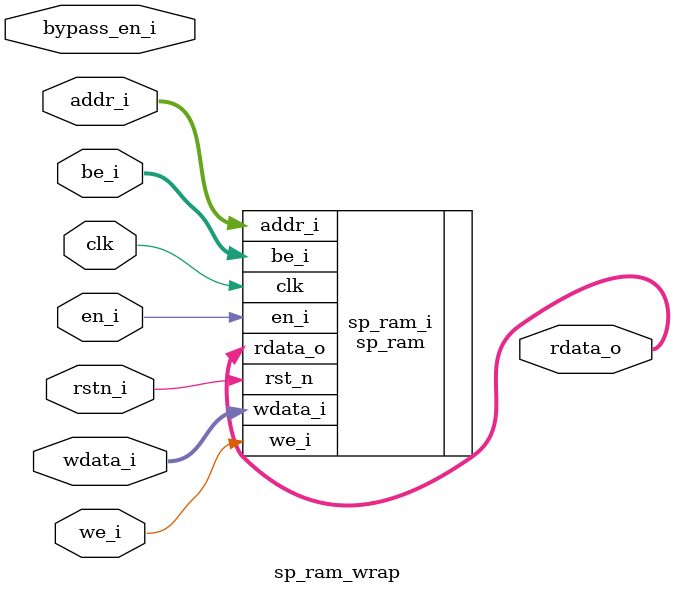
<source format=sv>

`include "config.sv"

module sp_ram_wrap
  #(
    parameter RAM_SIZE   = 32768,              // in bytes
    parameter ADDR_WIDTH = $clog2(RAM_SIZE),
    parameter DATA_WIDTH = 32
  )(
    // Clock and Reset
    input  logic                    clk,
    input  logic                    rstn_i,
    input  logic                    en_i,
    input  logic [ADDR_WIDTH-1:0]   addr_i,
    input  logic [DATA_WIDTH-1:0]   wdata_i,
    output logic [DATA_WIDTH-1:0]   rdata_o,
    input  logic                    we_i,
    input  logic [DATA_WIDTH/8-1:0] be_i,
    input  logic                    bypass_en_i
  );

`ifdef PULP_FPGA_EMUL
  xilinx_mem_8192x32
  sp_ram_i
  (
    .clka   ( clk                    ),
    .rsta   ( 1'b0                   ), // reset is active high

    .ena    ( en_i                   ),
    .addra  ( addr_i[ADDR_WIDTH-1:2] ),
    .dina   ( wdata_i                ),
    .douta  ( rdata_o                ),
    .wea    ( be_i & {4{we_i}}       )
  );

  // TODO: we should kill synthesis when the ram size is larger than what we
  // have here

`elsif ASIC
   // RAM bypass logic
   logic [31:0] ram_out_int;
   // assign rdata_o = (bypass_en_i) ? wdata_i : ram_out_int;
   assign rdata_o = ram_out_int;

   sp_ram_bank
   #(
    .NUM_BANKS  ( RAM_SIZE/4096 ),
    .BANK_SIZE  ( 1024          )
   )
   sp_ram_bank_i
   (
    .clk_i   ( clk                     ),
    .rstn_i  ( rstn_i                  ),
    .en_i    ( en_i                    ),
    .addr_i  ( addr_i                  ),
    .wdata_i ( wdata_i                 ),
    .rdata_o ( ram_out_int             ),
    .we_i    ( (we_i & ~bypass_en_i)   ),
    .be_i    ( be_i                    )
   );

`else
  sp_ram
  #(
    .ADDR_WIDTH ( ADDR_WIDTH ),
    .DATA_WIDTH ( DATA_WIDTH ),
    .NUM_WORDS  ( RAM_SIZE   )
  )
  sp_ram_i
  (
    .clk     ( clk       ),
    .rst_n   ( rstn_i    ),
    .en_i    ( en_i      ),
    .addr_i  ( addr_i    ),
    .wdata_i ( wdata_i   ),
    .rdata_o ( rdata_o   ),
    .we_i    ( we_i      ),
    .be_i    ( be_i      )
  );
`endif

endmodule

</source>
